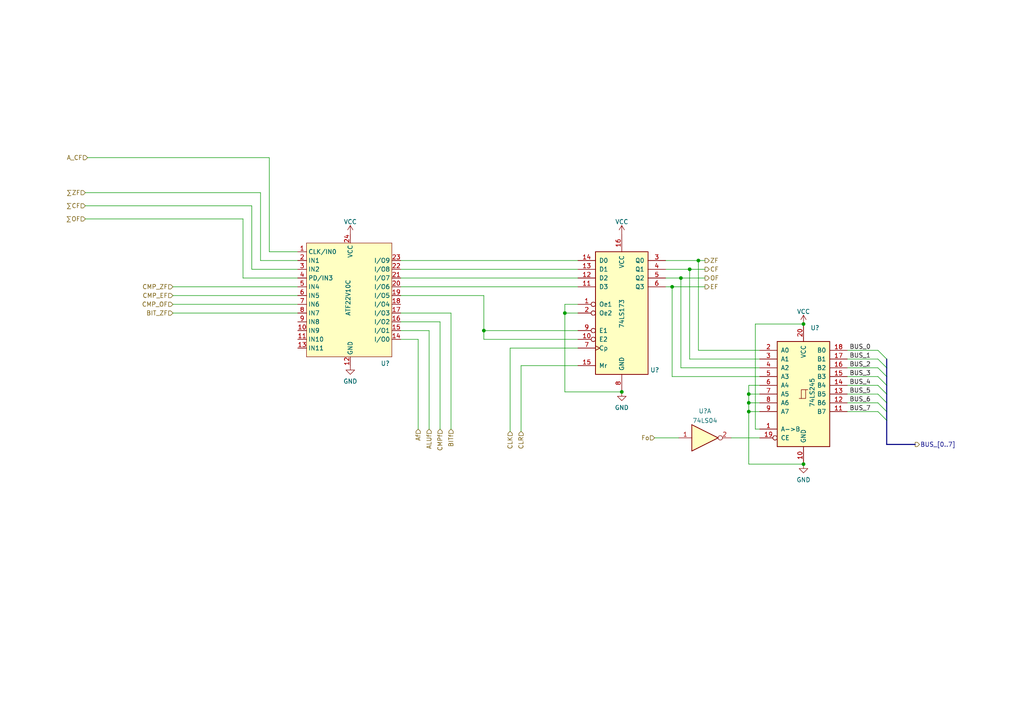
<source format=kicad_sch>
(kicad_sch (version 20211123) (generator eeschema)
  (paper "A4")
  (lib_symbols
    (symbol "74xx:74LS04"
      (property "Reference" "U" (at 0 1.27 0))
      (property "Value" "74LS04" (at 0 -1.27 0))
      (symbol "74LS04_1_0"
        (polyline (pts (xy -3.81 3.81) (xy -3.81 -3.81) (xy 3.81 0) (xy -3.81 3.81)) (stroke (width 0.254)) (fill (type background)))
        (pin input line (at -7.62 0 0) (length 3.81) (name "~") (number "1"))
        (pin output inverted (at 7.62 0 180) (length 3.81) (name "~") (number "2"))
      )
      (symbol "74LS04_2_0"
        (polyline (pts (xy -3.81 3.81) (xy -3.81 -3.81) (xy 3.81 0) (xy -3.81 3.81)) (stroke (width 0.254)) (fill (type background)))
        (pin input line (at -7.62 0 0) (length 3.81) (name "~") (number "3"))
        (pin output inverted (at 7.62 0 180) (length 3.81) (name "~") (number "4"))
      )
      (symbol "74LS04_3_0"
        (polyline (pts (xy -3.81 3.81) (xy -3.81 -3.81) (xy 3.81 0) (xy -3.81 3.81)) (stroke (width 0.254)) (fill (type background)))
        (pin input line (at -7.62 0 0) (length 3.81) (name "~") (number "5"))
        (pin output inverted (at 7.62 0 180) (length 3.81) (name "~") (number "6"))
      )
      (symbol "74LS04_4_0"
        (polyline (pts (xy -3.81 3.81) (xy -3.81 -3.81) (xy 3.81 0) (xy -3.81 3.81)) (stroke (width 0.254)) (fill (type background)))
        (pin output inverted (at 7.62 0 180) (length 3.81) (name "~") (number "8"))
        (pin input line (at -7.62 0 0) (length 3.81) (name "~") (number "9"))
      )
      (symbol "74LS04_5_0"
        (polyline (pts (xy -3.81 3.81) (xy -3.81 -3.81) (xy 3.81 0) (xy -3.81 3.81)) (stroke (width 0.254)) (fill (type background)))
        (pin output inverted (at 7.62 0 180) (length 3.81) (name "~") (number "10"))
        (pin input line (at -7.62 0 0) (length 3.81) (name "~") (number "11"))
      )
      (symbol "74LS04_6_0"
        (polyline (pts (xy -3.81 3.81) (xy -3.81 -3.81) (xy 3.81 0) (xy -3.81 3.81)) (stroke (width 0.254)) (fill (type background)))
        (pin output inverted (at 7.62 0 180) (length 3.81) (name "~") (number "12"))
        (pin input line (at -7.62 0 0) (length 3.81) (name "~") (number "13"))
      )
      (symbol "74LS04_7_0"
        (pin power_in line (at 0 12.7 270) (length 5.08) (name "VCC") (number "14"))
        (pin power_in line (at 0 -12.7 90) (length 5.08) (name "GND") (number "7"))
      )
      (symbol "74LS04_7_1"
        (rectangle (start -5.08 7.62) (end 5.08 -7.62) (stroke (width 0.254)) (fill (type background)))
      )
    )
    (symbol "74xx:74LS173" (pin_names (offset 1.016))
      (property "Reference" "U" (at -7.62 19.05 0))
      (property "Value" "74LS173" (at -7.62 -19.05 0))
      (symbol "74LS173_1_0"
        (pin input inverted (at -12.7 2.54 0) (length 5.08) (name "Oe1") (number "1"))
        (pin input inverted (at -12.7 -7.62 0) (length 5.08) (name "E2") (number "10"))
        (pin input line (at -12.7 7.62 0) (length 5.08) (name "D3") (number "11"))
        (pin input line (at -12.7 10.16 0) (length 5.08) (name "D2") (number "12"))
        (pin input line (at -12.7 12.7 0) (length 5.08) (name "D1") (number "13"))
        (pin input line (at -12.7 15.24 0) (length 5.08) (name "D0") (number "14"))
        (pin input line (at -12.7 -15.24 0) (length 5.08) (name "Mr") (number "15"))
        (pin power_in line (at 0 22.86 270) (length 5.08) (name "VCC") (number "16"))
        (pin input inverted (at -12.7 0 0) (length 5.08) (name "Oe2") (number "2"))
        (pin tri_state line (at 12.7 15.24 180) (length 5.08) (name "Q0") (number "3"))
        (pin tri_state line (at 12.7 12.7 180) (length 5.08) (name "Q1") (number "4"))
        (pin tri_state line (at 12.7 10.16 180) (length 5.08) (name "Q2") (number "5"))
        (pin tri_state line (at 12.7 7.62 180) (length 5.08) (name "Q3") (number "6"))
        (pin input clock (at -12.7 -10.16 0) (length 5.08) (name "Cp") (number "7"))
        (pin power_in line (at 0 -22.86 90) (length 5.08) (name "GND") (number "8"))
        (pin input inverted (at -12.7 -5.08 0) (length 5.08) (name "E1") (number "9"))
      )
      (symbol "74LS173_1_1"
        (rectangle (start -7.62 17.78) (end 7.62 -17.78) (stroke (width 0.254)) (fill (type background)))
      )
    )
    (symbol "74xx:74LS245" (pin_names (offset 1.016))
      (property "Reference" "U" (at -7.62 16.51 0))
      (property "Value" "74LS245" (at -7.62 -16.51 0))
      (symbol "74LS245_1_0"
        (polyline (pts (xy -0.635 -1.27) (xy -0.635 1.27) (xy 0.635 1.27)))
        (polyline (pts (xy -1.27 -1.27) (xy 0.635 -1.27) (xy 0.635 1.27) (xy 1.27 1.27)))
        (pin input line (at -12.7 -10.16 0) (length 5.08) (name "A->B") (number "1"))
        (pin power_in line (at 0 -20.32 90) (length 5.08) (name "GND") (number "10"))
        (pin tri_state line (at 12.7 -5.08 180) (length 5.08) (name "B7") (number "11"))
        (pin tri_state line (at 12.7 -2.54 180) (length 5.08) (name "B6") (number "12"))
        (pin tri_state line (at 12.7 0 180) (length 5.08) (name "B5") (number "13"))
        (pin tri_state line (at 12.7 2.54 180) (length 5.08) (name "B4") (number "14"))
        (pin tri_state line (at 12.7 5.08 180) (length 5.08) (name "B3") (number "15"))
        (pin tri_state line (at 12.7 7.62 180) (length 5.08) (name "B2") (number "16"))
        (pin tri_state line (at 12.7 10.16 180) (length 5.08) (name "B1") (number "17"))
        (pin tri_state line (at 12.7 12.7 180) (length 5.08) (name "B0") (number "18"))
        (pin input inverted (at -12.7 -12.7 0) (length 5.08) (name "CE") (number "19"))
        (pin tri_state line (at -12.7 12.7 0) (length 5.08) (name "A0") (number "2"))
        (pin power_in line (at 0 20.32 270) (length 5.08) (name "VCC") (number "20"))
        (pin tri_state line (at -12.7 10.16 0) (length 5.08) (name "A1") (number "3"))
        (pin tri_state line (at -12.7 7.62 0) (length 5.08) (name "A2") (number "4"))
        (pin tri_state line (at -12.7 5.08 0) (length 5.08) (name "A3") (number "5"))
        (pin tri_state line (at -12.7 2.54 0) (length 5.08) (name "A4") (number "6"))
        (pin tri_state line (at -12.7 0 0) (length 5.08) (name "A5") (number "7"))
        (pin tri_state line (at -12.7 -2.54 0) (length 5.08) (name "A6") (number "8"))
        (pin tri_state line (at -12.7 -5.08 0) (length 5.08) (name "A7") (number "9"))
      )
      (symbol "74LS245_1_1"
        (rectangle (start -7.62 15.24) (end 7.62 -15.24) (stroke (width 0.254)) (fill (type background)))
      )
    )
    (symbol "common-symbols:ATF22V10C"
      (property "Reference" "U" (at 11.43 -17.78 0))
      (property "Value" "ATF22V10C" (at 0 0 90))
      (symbol "ATF22V10C_0_0"
        (pin input line (at -15.24 13.97 0) (length 2.54) (name "CLK/IN0") (number "1"))
        (pin input line (at -15.24 -8.89 0) (length 2.54) (name "IN9") (number "10"))
        (pin input line (at -15.24 -11.43 0) (length 2.54) (name "IN10") (number "11"))
        (pin power_in line (at 0 -19.05 90) (length 2.54) (name "GND") (number "12"))
        (pin input line (at -15.24 -13.97 0) (length 2.54) (name "IN11") (number "13"))
        (pin bidirectional line (at 14.605 -11.43 180) (length 2.54) (name "I/O0") (number "14"))
        (pin bidirectional line (at 14.605 -8.89 180) (length 2.54) (name "I/O1") (number "15"))
        (pin bidirectional line (at 14.605 -6.35 180) (length 2.54) (name "I/O2") (number "16"))
        (pin bidirectional line (at 14.605 -3.81 180) (length 2.54) (name "I/O3") (number "17"))
        (pin bidirectional line (at 14.605 -1.27 180) (length 2.54) (name "I/O4") (number "18"))
        (pin bidirectional line (at 14.605 1.27 180) (length 2.54) (name "I/O5") (number "19"))
        (pin input line (at -15.24 11.43 0) (length 2.54) (name "IN1") (number "2"))
        (pin bidirectional line (at 14.605 3.81 180) (length 2.54) (name "I/O6") (number "20"))
        (pin bidirectional line (at 14.605 6.35 180) (length 2.54) (name "I/O7") (number "21"))
        (pin bidirectional line (at 14.605 8.89 180) (length 2.54) (name "I/O8") (number "22"))
        (pin bidirectional line (at 14.605 11.43 180) (length 2.54) (name "I/O9") (number "23"))
        (pin power_in line (at 0 19.05 270) (length 2.54) (name "VCC") (number "24"))
        (pin input line (at -15.24 8.89 0) (length 2.54) (name "IN2") (number "3"))
        (pin input line (at -15.24 6.35 0) (length 2.54) (name "PD/IN3") (number "4"))
        (pin input line (at -15.24 3.81 0) (length 2.54) (name "IN4") (number "5"))
        (pin input line (at -15.24 1.27 0) (length 2.54) (name "IN5") (number "6"))
        (pin input line (at -15.24 -1.27 0) (length 2.54) (name "IN6") (number "7"))
        (pin input line (at -15.24 -3.81 0) (length 2.54) (name "IN7") (number "8"))
        (pin input line (at -15.24 -6.35 0) (length 2.54) (name "IN8") (number "9"))
      )
      (symbol "ATF22V10C_0_1"
        (rectangle (start -12.7 16.51) (end 12.065 -16.51) (stroke (width 0.1524)) (fill (type background)))
      )
    )
    (symbol "power:GND" (power) (pin_names (offset 0))
      (property "Value" "GND" (at 0 -3.81 0))
      (symbol "GND_0_1"
        (polyline (pts (xy 0 0) (xy 0 -1.27) (xy 1.27 -1.27) (xy 0 -2.54) (xy -1.27 -1.27) (xy 0 -1.27)))
      )
      (symbol "GND_1_1"
        (pin power_in line (at 0 0 270) (length 0) hide (name "GND") (number "1"))
      )
    )
    (symbol "power:VCC" (power) (pin_names (offset 0))
      (property "Value" "VCC" (at 0 3.81 0))
      (symbol "VCC_0_1"
        (polyline (pts (xy -0.762 1.27) (xy 0 2.54)))
        (polyline (pts (xy 0 0) (xy 0 2.54)))
        (polyline (pts (xy 0 2.54) (xy 0.762 1.27)))
      )
      (symbol "VCC_1_1"
        (pin power_in line (at 0 0 90) (length 0) hide (name "VCC") (number "1"))
      )
    )
  )
  (junction (at 217.17 119.38))
  (junction (at 233.045 134.62))
  (junction (at 163.83 90.805))
  (junction (at 217.17 114.3))
  (junction (at 200.025 78.105))
  (junction (at 194.945 83.185))
  (junction (at 180.34 113.665))
  (junction (at 202.565 75.565))
  (junction (at 233.045 93.98))
  (junction (at 140.335 95.885))
  (junction (at 197.485 80.645))
  (junction (at 217.17 116.84))
  (bus_entry (at 254.635 104.14) (size 2.54 2.54))
  (bus_entry (at 254.635 106.68) (size 2.54 2.54))
  (bus_entry (at 254.635 109.22) (size 2.54 2.54))
  (bus_entry (at 254.635 101.6) (size 2.54 2.54))
  (bus_entry (at 254.635 114.3) (size 2.54 2.54))
  (bus_entry (at 254.635 119.38) (size 2.54 2.54))
  (bus_entry (at 254.635 116.84) (size 2.54 2.54))
  (bus_entry (at 254.635 111.76) (size 2.54 2.54))
  (wire (pts (xy 197.485 80.645) (xy 197.485 106.68)))
  (wire (pts (xy 163.83 88.265) (xy 163.83 90.805)))
  (bus (pts (xy 257.175 109.22) (xy 257.175 111.76)))
  (wire (pts (xy 197.485 106.68) (xy 220.345 106.68)))
  (wire (pts (xy 73.025 78.105) (xy 86.36 78.105)))
  (wire (pts (xy 116.205 83.185) (xy 167.64 83.185)))
  (wire (pts (xy 140.335 85.725) (xy 140.335 95.885)))
  (wire (pts (xy 151.13 125.095) (xy 151.13 106.045)))
  (wire (pts (xy 163.83 113.665) (xy 180.34 113.665)))
  (wire (pts (xy 70.485 80.645) (xy 86.36 80.645)))
  (wire (pts (xy 116.205 78.105) (xy 167.64 78.105)))
  (wire (pts (xy 75.565 55.88) (xy 75.565 75.565)))
  (wire (pts (xy 220.345 111.76) (xy 217.17 111.76)))
  (wire (pts (xy 200.025 104.14) (xy 220.345 104.14)))
  (wire (pts (xy 193.04 80.645) (xy 197.485 80.645)))
  (wire (pts (xy 130.81 90.805) (xy 130.81 124.46)))
  (wire (pts (xy 24.765 55.88) (xy 75.565 55.88)))
  (wire (pts (xy 163.83 90.805) (xy 163.83 113.665)))
  (wire (pts (xy 193.04 83.185) (xy 194.945 83.185)))
  (wire (pts (xy 197.485 80.645) (xy 204.47 80.645)))
  (wire (pts (xy 50.165 83.185) (xy 86.36 83.185)))
  (wire (pts (xy 217.17 116.84) (xy 217.17 119.38)))
  (wire (pts (xy 202.565 75.565) (xy 202.565 101.6)))
  (bus (pts (xy 257.175 116.84) (xy 257.175 119.38)))
  (wire (pts (xy 245.745 106.68) (xy 254.635 106.68)))
  (wire (pts (xy 127.635 93.345) (xy 127.635 124.46)))
  (wire (pts (xy 189.865 127) (xy 196.85 127)))
  (wire (pts (xy 121.285 98.425) (xy 116.205 98.425)))
  (wire (pts (xy 220.345 124.46) (xy 219.075 124.46)))
  (wire (pts (xy 194.945 109.22) (xy 220.345 109.22)))
  (wire (pts (xy 219.075 93.98) (xy 233.045 93.98)))
  (wire (pts (xy 245.745 114.3) (xy 254.635 114.3)))
  (bus (pts (xy 257.175 111.76) (xy 257.175 114.3)))
  (wire (pts (xy 140.335 95.885) (xy 167.64 95.885)))
  (wire (pts (xy 78.105 73.025) (xy 86.36 73.025)))
  (wire (pts (xy 202.565 101.6) (xy 220.345 101.6)))
  (wire (pts (xy 200.025 78.105) (xy 200.025 104.14)))
  (wire (pts (xy 121.285 98.425) (xy 121.285 124.46)))
  (wire (pts (xy 200.025 78.105) (xy 204.47 78.105)))
  (wire (pts (xy 193.04 78.105) (xy 200.025 78.105)))
  (wire (pts (xy 212.09 127) (xy 220.345 127)))
  (wire (pts (xy 245.745 116.84) (xy 254.635 116.84)))
  (wire (pts (xy 167.64 98.425) (xy 140.335 98.425)))
  (wire (pts (xy 245.745 111.76) (xy 254.635 111.76)))
  (wire (pts (xy 217.17 111.76) (xy 217.17 114.3)))
  (wire (pts (xy 220.345 114.3) (xy 217.17 114.3)))
  (bus (pts (xy 257.175 104.14) (xy 257.175 106.68)))
  (wire (pts (xy 220.345 119.38) (xy 217.17 119.38)))
  (wire (pts (xy 217.17 119.38) (xy 217.17 134.62)))
  (wire (pts (xy 245.745 119.38) (xy 254.635 119.38)))
  (wire (pts (xy 73.025 59.69) (xy 73.025 78.105)))
  (bus (pts (xy 257.175 114.3) (xy 257.175 116.84)))
  (wire (pts (xy 245.745 104.14) (xy 254.635 104.14)))
  (wire (pts (xy 194.945 83.185) (xy 204.47 83.185)))
  (wire (pts (xy 50.165 88.265) (xy 86.36 88.265)))
  (wire (pts (xy 24.765 63.5) (xy 70.485 63.5)))
  (wire (pts (xy 124.46 95.885) (xy 116.205 95.885)))
  (wire (pts (xy 167.64 90.805) (xy 163.83 90.805)))
  (wire (pts (xy 78.105 45.72) (xy 78.105 73.025)))
  (wire (pts (xy 220.345 116.84) (xy 217.17 116.84)))
  (bus (pts (xy 257.175 128.905) (xy 265.43 128.905)))
  (wire (pts (xy 147.955 100.965) (xy 167.64 100.965)))
  (bus (pts (xy 257.175 119.38) (xy 257.175 121.92)))
  (wire (pts (xy 50.165 85.725) (xy 86.36 85.725)))
  (wire (pts (xy 124.46 95.885) (xy 124.46 124.46)))
  (wire (pts (xy 219.075 124.46) (xy 219.075 93.98)))
  (wire (pts (xy 147.955 125.095) (xy 147.955 100.965)))
  (wire (pts (xy 167.64 88.265) (xy 163.83 88.265)))
  (wire (pts (xy 217.17 114.3) (xy 217.17 116.84)))
  (wire (pts (xy 217.17 134.62) (xy 233.045 134.62)))
  (wire (pts (xy 140.335 98.425) (xy 140.335 95.885)))
  (wire (pts (xy 50.165 90.805) (xy 86.36 90.805)))
  (wire (pts (xy 116.205 75.565) (xy 167.64 75.565)))
  (wire (pts (xy 127.635 93.345) (xy 116.205 93.345)))
  (wire (pts (xy 245.745 109.22) (xy 254.635 109.22)))
  (wire (pts (xy 24.765 59.69) (xy 73.025 59.69)))
  (wire (pts (xy 130.81 90.805) (xy 116.205 90.805)))
  (bus (pts (xy 257.175 106.68) (xy 257.175 109.22)))
  (wire (pts (xy 75.565 75.565) (xy 86.36 75.565)))
  (wire (pts (xy 25.4 45.72) (xy 78.105 45.72)))
  (wire (pts (xy 202.565 75.565) (xy 204.47 75.565)))
  (wire (pts (xy 193.04 75.565) (xy 202.565 75.565)))
  (wire (pts (xy 116.205 85.725) (xy 140.335 85.725)))
  (wire (pts (xy 245.745 101.6) (xy 254.635 101.6)))
  (wire (pts (xy 151.13 106.045) (xy 167.64 106.045)))
  (wire (pts (xy 194.945 83.185) (xy 194.945 109.22)))
  (bus (pts (xy 257.175 121.92) (xy 257.175 128.905)))
  (wire (pts (xy 116.205 80.645) (xy 167.64 80.645)))
  (wire (pts (xy 70.485 63.5) (xy 70.485 80.645)))
  (label "BUS_4" (at 246.38 111.76 0))
  (label "BUS_3" (at 246.38 109.22 0))
  (label "BUS_5" (at 246.38 114.3 0))
  (label "BUS_1" (at 246.38 104.14 0))
  (label "BUS_0" (at 246.38 101.6 0))
  (label "BUS_2" (at 246.38 106.68 0))
  (label "BUS_7" (at 246.38 119.38 0))
  (label "BUS_6" (at 246.38 116.84 0))
  (hierarchical_label "CMP_EF" (shape input) (at 50.165 85.725 180))
  (hierarchical_label "CF" (shape output) (at 204.47 78.105 0))
  (hierarchical_label "A_CF" (shape input) (at 25.4 45.72 180))
  (hierarchical_label "∑ZF" (shape input) (at 24.765 55.88 180))
  (hierarchical_label "OF" (shape output) (at 204.47 80.645 0))
  (hierarchical_label "CLR" (shape input) (at 151.13 125.095 270))
  (hierarchical_label "CMP_OF" (shape input) (at 50.165 88.265 180))
  (hierarchical_label "ZF" (shape output) (at 204.47 75.565 0))
  (hierarchical_label "BITf" (shape input) (at 130.81 124.46 270))
  (hierarchical_label "BUS_[0..7]" (shape output) (at 265.43 128.905 0))
  (hierarchical_label "EF" (shape output) (at 204.47 83.185 0))
  (hierarchical_label "Af" (shape input) (at 121.285 124.46 270))
  (hierarchical_label "CMPf" (shape input) (at 127.635 124.46 270))
  (hierarchical_label "CMP_ZF" (shape input) (at 50.165 83.185 180))
  (hierarchical_label "∑OF" (shape input) (at 24.765 63.5 180))
  (hierarchical_label "ALUf" (shape input) (at 124.46 124.46 270))
  (hierarchical_label "CLK" (shape input) (at 147.955 125.095 270))
  (hierarchical_label "∑CF" (shape input) (at 24.765 59.69 180))
  (hierarchical_label "Fo" (shape input) (at 189.865 127 180))
  (hierarchical_label "BIT_ZF" (shape input) (at 50.165 90.805 180))
  (symbol (lib_id "74xx:74LS04") (at 204.47 127 0) (unit 1)
    (property "Reference" "U?" (at 204.47 119.2235 0))
    (property "Value" "74LS04" (at 204.47 121.9986 0))
    (property "Datasheet" "http://www.ti.com/lit/gpn/sn74LS04" (effects hide))
  )
  (symbol (lib_id "power:GND") (at 101.6 106.045 0) (unit 1)
    (property "Reference" "#PWR?" (effects hide))
    (property "Value" "GND" (at 101.6 110.6075 0))
  )
  (symbol (lib_id "power:VCC") (at 233.045 93.98 0) (unit 1)
    (property "Reference" "#PWR?" (effects hide))
    (property "Value" "VCC" (at 233.045 90.3755 0))
  )
  (symbol (lib_id "power:GND") (at 180.34 113.665 0) (unit 1)
    (property "Reference" "#PWR?" (effects hide))
    (property "Value" "GND" (at 180.34 118.2275 0))
  )
  (symbol (lib_id "power:GND") (at 233.045 134.62 0) (unit 1)
    (property "Reference" "#PWR?" (effects hide))
    (property "Value" "GND" (at 233.045 139.1825 0))
  )
  (symbol (lib_id "power:VCC") (at 101.6 67.945 0) (unit 1)
    (property "Reference" "#PWR?" (effects hide))
    (property "Value" "VCC" (at 101.6 64.3405 0))
  )
  (symbol (lib_id "74xx:74LS173") (at 180.34 90.805 0) (unit 1)
    (property "Reference" "U?" (at 188.595 107.315 0) (effects (justify left)))
    (property "Value" "74LS173" (at 180.34 95.25 90) (effects (justify left)))
    (property "Datasheet" "http://www.ti.com/lit/gpn/sn74LS173" (effects hide))
  )
  (symbol (lib_id "power:VCC") (at 180.34 67.945 0) (unit 1)
    (property "Reference" "#PWR?" (effects hide))
    (property "Value" "VCC" (at 180.34 64.3405 0))
  )
  (symbol (lib_id "74xx:74LS245") (at 233.045 114.3 0) (unit 1)
    (property "Reference" "U?" (at 235.0644 95.0935 0) (effects (justify left)))
    (property "Value" "74LS245" (at 235.585 118.11 90) (effects (justify left)))
    (property "Datasheet" "http://www.ti.com/lit/gpn/sn74LS245" (effects hide))
  )
  (symbol (lib_id "common-symbols:ATF22V10C") (at 101.6 86.995 0) (unit 1)
    (property "Reference" "U?" (at 111.76 105.41 0))
    (property "Value" "ATF22V10C" (at 100.965 86.36 90))
  )
)
</source>
